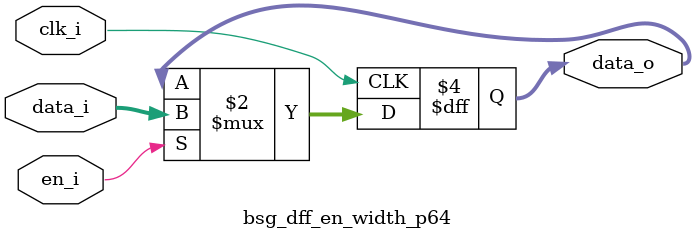
<source format=v>
module bsg_dff_en_width_p64
(
  clk_i,
  data_i,
  en_i,
  data_o
);

  input [63:0] data_i;
  output [63:0] data_o;
  input clk_i;
  input en_i;
  reg [63:0] data_o;

  always @(posedge clk_i) begin
    if(en_i) begin
      { data_o[63:0] } <= { data_i[63:0] };
    end
  end


endmodule
</source>
